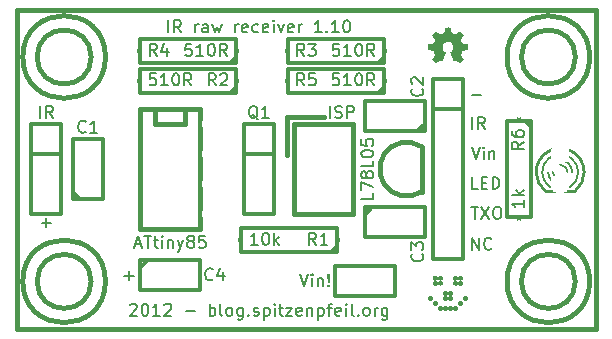
<source format=gto>
G04 (created by PCBNEW (2013-01-23 BZR 3920)-testing) date Thu 24 Jan 2013 03:16:15 AM CET*
%MOIN*%
G04 Gerber Fmt 3.4, Leading zero omitted, Abs format*
%FSLAX34Y34*%
G01*
G70*
G90*
G04 APERTURE LIST*
%ADD10C,3.14961e-06*%
%ADD11C,0.008*%
%ADD12C,0.015*%
%ADD13C,0.012*%
%ADD14C,0.01*%
%ADD15C,0.006*%
%ADD16C,0.0001*%
%ADD17R,0.06X0.06*%
%ADD18C,0.06*%
%ADD19C,0.16*%
%ADD20C,0.066*%
%ADD21R,0.09X0.062*%
%ADD22O,0.09X0.062*%
%ADD23R,0.055X0.055*%
%ADD24C,0.055*%
%ADD25O,0.0591X0.0472*%
G04 APERTURE END LIST*
G54D10*
G54D11*
X20469Y-16401D02*
X20469Y-16001D01*
X20888Y-16401D02*
X20754Y-16211D01*
X20659Y-16401D02*
X20659Y-16001D01*
X20811Y-16001D01*
X20849Y-16020D01*
X20869Y-16040D01*
X20888Y-16078D01*
X20888Y-16135D01*
X20869Y-16173D01*
X20849Y-16192D01*
X20811Y-16211D01*
X20659Y-16211D01*
X34859Y-20791D02*
X34859Y-20391D01*
X35087Y-20791D01*
X35087Y-20391D01*
X35506Y-20753D02*
X35487Y-20772D01*
X35430Y-20791D01*
X35392Y-20791D01*
X35335Y-20772D01*
X35297Y-20734D01*
X35278Y-20696D01*
X35259Y-20620D01*
X35259Y-20563D01*
X35278Y-20487D01*
X35297Y-20449D01*
X35335Y-20410D01*
X35392Y-20391D01*
X35430Y-20391D01*
X35487Y-20410D01*
X35506Y-20430D01*
X34839Y-19367D02*
X35068Y-19367D01*
X34954Y-19767D02*
X34954Y-19367D01*
X35163Y-19367D02*
X35430Y-19767D01*
X35430Y-19367D02*
X35163Y-19767D01*
X35658Y-19367D02*
X35734Y-19367D01*
X35773Y-19386D01*
X35811Y-19425D01*
X35830Y-19501D01*
X35830Y-19634D01*
X35811Y-19710D01*
X35773Y-19748D01*
X35734Y-19767D01*
X35658Y-19767D01*
X35620Y-19748D01*
X35582Y-19710D01*
X35563Y-19634D01*
X35563Y-19501D01*
X35582Y-19425D01*
X35620Y-19386D01*
X35658Y-19367D01*
X35047Y-18771D02*
X34857Y-18771D01*
X34857Y-18371D01*
X35181Y-18562D02*
X35314Y-18562D01*
X35371Y-18771D02*
X35181Y-18771D01*
X35181Y-18371D01*
X35371Y-18371D01*
X35543Y-18771D02*
X35543Y-18371D01*
X35638Y-18371D01*
X35695Y-18390D01*
X35733Y-18429D01*
X35752Y-18467D01*
X35771Y-18543D01*
X35771Y-18600D01*
X35752Y-18676D01*
X35733Y-18714D01*
X35695Y-18752D01*
X35638Y-18771D01*
X35543Y-18771D01*
X34843Y-17371D02*
X34976Y-17771D01*
X35109Y-17371D01*
X35243Y-17771D02*
X35243Y-17505D01*
X35243Y-17371D02*
X35224Y-17390D01*
X35243Y-17410D01*
X35262Y-17390D01*
X35243Y-17371D01*
X35243Y-17410D01*
X35433Y-17505D02*
X35433Y-17771D01*
X35433Y-17543D02*
X35452Y-17524D01*
X35490Y-17505D01*
X35547Y-17505D01*
X35585Y-17524D01*
X35605Y-17562D01*
X35605Y-17771D01*
X34859Y-16775D02*
X34859Y-16375D01*
X35278Y-16775D02*
X35144Y-16585D01*
X35049Y-16775D02*
X35049Y-16375D01*
X35202Y-16375D01*
X35240Y-16394D01*
X35259Y-16414D01*
X35278Y-16452D01*
X35278Y-16509D01*
X35259Y-16547D01*
X35240Y-16566D01*
X35202Y-16585D01*
X35049Y-16585D01*
X34859Y-15639D02*
X35164Y-15639D01*
X23460Y-22634D02*
X23479Y-22614D01*
X23517Y-22595D01*
X23613Y-22595D01*
X23651Y-22614D01*
X23670Y-22634D01*
X23689Y-22672D01*
X23689Y-22710D01*
X23670Y-22767D01*
X23441Y-22995D01*
X23689Y-22995D01*
X23936Y-22595D02*
X23975Y-22595D01*
X24013Y-22614D01*
X24032Y-22634D01*
X24051Y-22672D01*
X24070Y-22748D01*
X24070Y-22843D01*
X24051Y-22919D01*
X24032Y-22957D01*
X24013Y-22976D01*
X23975Y-22995D01*
X23936Y-22995D01*
X23898Y-22976D01*
X23879Y-22957D01*
X23860Y-22919D01*
X23841Y-22843D01*
X23841Y-22748D01*
X23860Y-22672D01*
X23879Y-22634D01*
X23898Y-22614D01*
X23936Y-22595D01*
X24451Y-22995D02*
X24222Y-22995D01*
X24336Y-22995D02*
X24336Y-22595D01*
X24298Y-22653D01*
X24260Y-22691D01*
X24222Y-22710D01*
X24603Y-22634D02*
X24622Y-22614D01*
X24660Y-22595D01*
X24756Y-22595D01*
X24794Y-22614D01*
X24813Y-22634D01*
X24832Y-22672D01*
X24832Y-22710D01*
X24813Y-22767D01*
X24584Y-22995D01*
X24832Y-22995D01*
X25308Y-22843D02*
X25613Y-22843D01*
X26108Y-22995D02*
X26108Y-22595D01*
X26108Y-22748D02*
X26146Y-22729D01*
X26222Y-22729D01*
X26260Y-22748D01*
X26279Y-22767D01*
X26298Y-22805D01*
X26298Y-22919D01*
X26279Y-22957D01*
X26260Y-22976D01*
X26222Y-22995D01*
X26146Y-22995D01*
X26108Y-22976D01*
X26527Y-22995D02*
X26489Y-22976D01*
X26470Y-22938D01*
X26470Y-22595D01*
X26736Y-22995D02*
X26698Y-22976D01*
X26679Y-22957D01*
X26660Y-22919D01*
X26660Y-22805D01*
X26679Y-22767D01*
X26698Y-22748D01*
X26736Y-22729D01*
X26794Y-22729D01*
X26832Y-22748D01*
X26851Y-22767D01*
X26870Y-22805D01*
X26870Y-22919D01*
X26851Y-22957D01*
X26832Y-22976D01*
X26794Y-22995D01*
X26736Y-22995D01*
X27213Y-22729D02*
X27213Y-23053D01*
X27194Y-23091D01*
X27175Y-23110D01*
X27136Y-23129D01*
X27079Y-23129D01*
X27041Y-23110D01*
X27213Y-22976D02*
X27175Y-22995D01*
X27098Y-22995D01*
X27060Y-22976D01*
X27041Y-22957D01*
X27022Y-22919D01*
X27022Y-22805D01*
X27041Y-22767D01*
X27060Y-22748D01*
X27098Y-22729D01*
X27175Y-22729D01*
X27213Y-22748D01*
X27403Y-22957D02*
X27422Y-22976D01*
X27403Y-22995D01*
X27384Y-22976D01*
X27403Y-22957D01*
X27403Y-22995D01*
X27575Y-22976D02*
X27613Y-22995D01*
X27689Y-22995D01*
X27727Y-22976D01*
X27746Y-22938D01*
X27746Y-22919D01*
X27727Y-22881D01*
X27689Y-22862D01*
X27632Y-22862D01*
X27594Y-22843D01*
X27575Y-22805D01*
X27575Y-22786D01*
X27594Y-22748D01*
X27632Y-22729D01*
X27689Y-22729D01*
X27727Y-22748D01*
X27917Y-22729D02*
X27917Y-23129D01*
X27917Y-22748D02*
X27956Y-22729D01*
X28032Y-22729D01*
X28070Y-22748D01*
X28089Y-22767D01*
X28108Y-22805D01*
X28108Y-22919D01*
X28089Y-22957D01*
X28070Y-22976D01*
X28032Y-22995D01*
X27956Y-22995D01*
X27917Y-22976D01*
X28279Y-22995D02*
X28279Y-22729D01*
X28279Y-22595D02*
X28260Y-22614D01*
X28279Y-22634D01*
X28298Y-22614D01*
X28279Y-22595D01*
X28279Y-22634D01*
X28413Y-22729D02*
X28565Y-22729D01*
X28470Y-22595D02*
X28470Y-22938D01*
X28489Y-22976D01*
X28527Y-22995D01*
X28565Y-22995D01*
X28660Y-22729D02*
X28870Y-22729D01*
X28660Y-22995D01*
X28870Y-22995D01*
X29175Y-22976D02*
X29136Y-22995D01*
X29060Y-22995D01*
X29022Y-22976D01*
X29003Y-22938D01*
X29003Y-22786D01*
X29022Y-22748D01*
X29060Y-22729D01*
X29136Y-22729D01*
X29175Y-22748D01*
X29194Y-22786D01*
X29194Y-22824D01*
X29003Y-22862D01*
X29365Y-22729D02*
X29365Y-22995D01*
X29365Y-22767D02*
X29384Y-22748D01*
X29422Y-22729D01*
X29479Y-22729D01*
X29517Y-22748D01*
X29536Y-22786D01*
X29536Y-22995D01*
X29727Y-22729D02*
X29727Y-23129D01*
X29727Y-22748D02*
X29765Y-22729D01*
X29841Y-22729D01*
X29879Y-22748D01*
X29898Y-22767D01*
X29917Y-22805D01*
X29917Y-22919D01*
X29898Y-22957D01*
X29879Y-22976D01*
X29841Y-22995D01*
X29765Y-22995D01*
X29727Y-22976D01*
X30032Y-22729D02*
X30184Y-22729D01*
X30089Y-22995D02*
X30089Y-22653D01*
X30108Y-22614D01*
X30146Y-22595D01*
X30184Y-22595D01*
X30470Y-22976D02*
X30432Y-22995D01*
X30356Y-22995D01*
X30317Y-22976D01*
X30298Y-22938D01*
X30298Y-22786D01*
X30317Y-22748D01*
X30356Y-22729D01*
X30432Y-22729D01*
X30470Y-22748D01*
X30489Y-22786D01*
X30489Y-22824D01*
X30298Y-22862D01*
X30660Y-22995D02*
X30660Y-22729D01*
X30660Y-22595D02*
X30641Y-22614D01*
X30660Y-22634D01*
X30679Y-22614D01*
X30660Y-22595D01*
X30660Y-22634D01*
X30908Y-22995D02*
X30870Y-22976D01*
X30851Y-22938D01*
X30851Y-22595D01*
X31060Y-22957D02*
X31079Y-22976D01*
X31060Y-22995D01*
X31041Y-22976D01*
X31060Y-22957D01*
X31060Y-22995D01*
X31308Y-22995D02*
X31270Y-22976D01*
X31251Y-22957D01*
X31232Y-22919D01*
X31232Y-22805D01*
X31251Y-22767D01*
X31270Y-22748D01*
X31308Y-22729D01*
X31365Y-22729D01*
X31403Y-22748D01*
X31422Y-22767D01*
X31441Y-22805D01*
X31441Y-22919D01*
X31422Y-22957D01*
X31403Y-22976D01*
X31365Y-22995D01*
X31308Y-22995D01*
X31613Y-22995D02*
X31613Y-22729D01*
X31613Y-22805D02*
X31632Y-22767D01*
X31651Y-22748D01*
X31689Y-22729D01*
X31727Y-22729D01*
X32032Y-22729D02*
X32032Y-23053D01*
X32013Y-23091D01*
X31994Y-23110D01*
X31956Y-23129D01*
X31898Y-23129D01*
X31860Y-23110D01*
X32032Y-22976D02*
X31994Y-22995D01*
X31917Y-22995D01*
X31879Y-22976D01*
X31860Y-22957D01*
X31841Y-22919D01*
X31841Y-22805D01*
X31860Y-22767D01*
X31879Y-22748D01*
X31917Y-22729D01*
X31994Y-22729D01*
X32032Y-22748D01*
X24736Y-13547D02*
X24736Y-13147D01*
X25156Y-13547D02*
X25022Y-13357D01*
X24927Y-13547D02*
X24927Y-13147D01*
X25079Y-13147D01*
X25117Y-13166D01*
X25136Y-13186D01*
X25156Y-13224D01*
X25156Y-13281D01*
X25136Y-13319D01*
X25117Y-13338D01*
X25079Y-13357D01*
X24927Y-13357D01*
X25632Y-13547D02*
X25632Y-13281D01*
X25632Y-13357D02*
X25651Y-13319D01*
X25670Y-13300D01*
X25708Y-13281D01*
X25746Y-13281D01*
X26051Y-13547D02*
X26051Y-13338D01*
X26032Y-13300D01*
X25994Y-13281D01*
X25917Y-13281D01*
X25879Y-13300D01*
X26051Y-13528D02*
X26013Y-13547D01*
X25917Y-13547D01*
X25879Y-13528D01*
X25860Y-13490D01*
X25860Y-13452D01*
X25879Y-13414D01*
X25917Y-13395D01*
X26013Y-13395D01*
X26051Y-13376D01*
X26203Y-13281D02*
X26279Y-13547D01*
X26356Y-13357D01*
X26432Y-13547D01*
X26508Y-13281D01*
X26965Y-13547D02*
X26965Y-13281D01*
X26965Y-13357D02*
X26984Y-13319D01*
X27003Y-13300D01*
X27041Y-13281D01*
X27079Y-13281D01*
X27365Y-13528D02*
X27327Y-13547D01*
X27251Y-13547D01*
X27213Y-13528D01*
X27194Y-13490D01*
X27194Y-13338D01*
X27213Y-13300D01*
X27251Y-13281D01*
X27327Y-13281D01*
X27365Y-13300D01*
X27384Y-13338D01*
X27384Y-13376D01*
X27194Y-13414D01*
X27727Y-13528D02*
X27689Y-13547D01*
X27613Y-13547D01*
X27575Y-13528D01*
X27556Y-13509D01*
X27536Y-13471D01*
X27536Y-13357D01*
X27556Y-13319D01*
X27575Y-13300D01*
X27613Y-13281D01*
X27689Y-13281D01*
X27727Y-13300D01*
X28051Y-13528D02*
X28013Y-13547D01*
X27936Y-13547D01*
X27898Y-13528D01*
X27879Y-13490D01*
X27879Y-13338D01*
X27898Y-13300D01*
X27936Y-13281D01*
X28013Y-13281D01*
X28051Y-13300D01*
X28070Y-13338D01*
X28070Y-13376D01*
X27879Y-13414D01*
X28241Y-13547D02*
X28241Y-13281D01*
X28241Y-13147D02*
X28222Y-13166D01*
X28241Y-13186D01*
X28260Y-13166D01*
X28241Y-13147D01*
X28241Y-13186D01*
X28394Y-13281D02*
X28489Y-13547D01*
X28584Y-13281D01*
X28889Y-13528D02*
X28851Y-13547D01*
X28775Y-13547D01*
X28736Y-13528D01*
X28717Y-13490D01*
X28717Y-13338D01*
X28736Y-13300D01*
X28775Y-13281D01*
X28851Y-13281D01*
X28889Y-13300D01*
X28908Y-13338D01*
X28908Y-13376D01*
X28717Y-13414D01*
X29079Y-13547D02*
X29079Y-13281D01*
X29079Y-13357D02*
X29098Y-13319D01*
X29117Y-13300D01*
X29156Y-13281D01*
X29194Y-13281D01*
X29841Y-13547D02*
X29613Y-13547D01*
X29727Y-13547D02*
X29727Y-13147D01*
X29689Y-13205D01*
X29651Y-13243D01*
X29613Y-13262D01*
X30013Y-13509D02*
X30032Y-13528D01*
X30013Y-13547D01*
X29994Y-13528D01*
X30013Y-13509D01*
X30013Y-13547D01*
X30413Y-13547D02*
X30184Y-13547D01*
X30298Y-13547D02*
X30298Y-13147D01*
X30260Y-13205D01*
X30222Y-13243D01*
X30184Y-13262D01*
X30660Y-13147D02*
X30698Y-13147D01*
X30736Y-13166D01*
X30755Y-13186D01*
X30775Y-13224D01*
X30794Y-13300D01*
X30794Y-13395D01*
X30775Y-13471D01*
X30755Y-13509D01*
X30736Y-13528D01*
X30698Y-13547D01*
X30660Y-13547D01*
X30622Y-13528D01*
X30603Y-13509D01*
X30584Y-13471D01*
X30565Y-13395D01*
X30565Y-13300D01*
X30584Y-13224D01*
X30603Y-13186D01*
X30622Y-13166D01*
X30660Y-13147D01*
G54D12*
X38976Y-12795D02*
X19684Y-12795D01*
X38976Y-23425D02*
X38976Y-12795D01*
X19684Y-23425D02*
X38976Y-23425D01*
X19684Y-12795D02*
X19684Y-23425D01*
G54D11*
X20516Y-19891D02*
X20821Y-19891D01*
X20669Y-20043D02*
X20669Y-19739D01*
X23272Y-21662D02*
X23577Y-21662D01*
X23425Y-21814D02*
X23425Y-21510D01*
G54D13*
X33555Y-15110D02*
X34555Y-15110D01*
X34555Y-15110D02*
X34555Y-21110D01*
X34555Y-21110D02*
X33555Y-21110D01*
X33555Y-21110D02*
X33555Y-15110D01*
X33555Y-16110D02*
X34555Y-16110D01*
X20169Y-16610D02*
X21169Y-16610D01*
X21169Y-16610D02*
X21169Y-19610D01*
X21169Y-19610D02*
X20169Y-19610D01*
X20169Y-19610D02*
X20169Y-16610D01*
X21169Y-17610D02*
X20169Y-17610D01*
G54D12*
X22638Y-14370D02*
G75*
G03X22638Y-14370I-1378J0D01*
G74*
G01*
X22160Y-14370D02*
G75*
G03X22160Y-14370I-900J0D01*
G74*
G01*
G54D14*
X37295Y-18830D02*
X38295Y-18830D01*
G54D15*
X38179Y-17749D02*
G75*
G03X37795Y-17610I-384J-460D01*
G74*
G01*
X37795Y-17610D02*
G75*
G03X37397Y-17761I0J-599D01*
G74*
G01*
X37795Y-18809D02*
G75*
G03X38184Y-18665I0J599D01*
G74*
G01*
X37410Y-18670D02*
G75*
G03X37795Y-18810I384J460D01*
G74*
G01*
X38144Y-18697D02*
G75*
G03X38395Y-18210I-349J487D01*
G74*
G01*
X38395Y-18210D02*
G75*
G03X38155Y-17730I-600J0D01*
G74*
G01*
X37195Y-18210D02*
G75*
G03X37426Y-18682I599J0D01*
G74*
G01*
X37426Y-17736D02*
G75*
G03X37195Y-18210I368J-473D01*
G74*
G01*
X38045Y-18210D02*
G75*
G03X37795Y-17960I-250J0D01*
G74*
G01*
X38195Y-18210D02*
G75*
G03X37795Y-17810I-400J0D01*
G74*
G01*
X37545Y-18210D02*
G75*
G03X37795Y-18460I250J0D01*
G74*
G01*
X37395Y-18210D02*
G75*
G03X37795Y-18610I400J0D01*
G74*
G01*
G54D14*
X38308Y-18823D02*
G75*
G03X38595Y-18210I-513J613D01*
G74*
G01*
X38594Y-18210D02*
G75*
G03X38171Y-17505I-799J0D01*
G74*
G01*
X36996Y-18211D02*
G75*
G03X37279Y-18820I798J1D01*
G74*
G01*
X37397Y-17515D02*
G75*
G03X36995Y-18210I397J-694D01*
G74*
G01*
X38174Y-17505D02*
G75*
G03X37795Y-17410I-379J-704D01*
G74*
G01*
X37795Y-17410D02*
G75*
G03X37376Y-17528I0J-799D01*
G74*
G01*
G54D12*
X30905Y-16614D02*
X28937Y-16614D01*
X28937Y-19606D02*
X30905Y-19606D01*
X30905Y-19606D02*
X30905Y-16614D01*
X28937Y-16614D02*
X28937Y-19567D01*
X28937Y-19567D02*
X28937Y-19606D01*
X28701Y-16378D02*
X29921Y-16378D01*
X28701Y-16378D02*
X28701Y-17638D01*
X38779Y-21850D02*
G75*
G03X38779Y-21850I-1378J0D01*
G74*
G01*
X38301Y-21850D02*
G75*
G03X38301Y-21850I-900J0D01*
G74*
G01*
X38779Y-14370D02*
G75*
G03X38779Y-14370I-1378J0D01*
G74*
G01*
X38301Y-14370D02*
G75*
G03X38301Y-14370I-900J0D01*
G74*
G01*
X22637Y-21850D02*
G75*
G03X22637Y-21850I-1378J0D01*
G74*
G01*
X22159Y-21850D02*
G75*
G03X22159Y-21850I-900J0D01*
G74*
G01*
G54D16*
G36*
X34309Y-22833D02*
X34326Y-22831D01*
X34342Y-22826D01*
X34349Y-22822D01*
X34363Y-22812D01*
X34374Y-22800D01*
X34383Y-22786D01*
X34389Y-22770D01*
X34391Y-22754D01*
X34391Y-22737D01*
X34387Y-22721D01*
X34379Y-22705D01*
X34374Y-22698D01*
X34367Y-22690D01*
X34360Y-22683D01*
X34352Y-22678D01*
X34350Y-22676D01*
X34336Y-22670D01*
X34321Y-22666D01*
X34304Y-22665D01*
X34298Y-22666D01*
X34289Y-22667D01*
X34281Y-22669D01*
X34272Y-22673D01*
X34262Y-22678D01*
X34248Y-22689D01*
X34237Y-22702D01*
X34229Y-22718D01*
X34226Y-22725D01*
X34224Y-22733D01*
X34223Y-22740D01*
X34223Y-22741D01*
X34223Y-22741D01*
X34222Y-22738D01*
X34222Y-22737D01*
X34220Y-22726D01*
X34216Y-22715D01*
X34211Y-22705D01*
X34201Y-22693D01*
X34188Y-22681D01*
X34174Y-22672D01*
X34157Y-22667D01*
X34139Y-22665D01*
X34135Y-22665D01*
X34121Y-22667D01*
X34109Y-22670D01*
X34106Y-22671D01*
X34092Y-22679D01*
X34079Y-22690D01*
X34069Y-22702D01*
X34061Y-22717D01*
X34056Y-22732D01*
X34056Y-22732D01*
X34055Y-22736D01*
X34055Y-22738D01*
X34055Y-22738D01*
X34055Y-22736D01*
X34054Y-22732D01*
X34053Y-22730D01*
X34048Y-22715D01*
X34040Y-22701D01*
X34029Y-22688D01*
X34019Y-22680D01*
X34005Y-22672D01*
X33989Y-22667D01*
X33971Y-22665D01*
X33958Y-22666D01*
X33941Y-22670D01*
X33926Y-22678D01*
X33913Y-22689D01*
X33901Y-22702D01*
X33900Y-22704D01*
X33896Y-22710D01*
X33894Y-22715D01*
X33892Y-22719D01*
X33890Y-22727D01*
X33888Y-22734D01*
X33887Y-22740D01*
X33887Y-22741D01*
X33887Y-22741D01*
X33886Y-22737D01*
X33884Y-22728D01*
X33880Y-22716D01*
X33875Y-22706D01*
X33865Y-22693D01*
X33852Y-22681D01*
X33837Y-22672D01*
X33821Y-22667D01*
X33803Y-22665D01*
X33787Y-22666D01*
X33771Y-22671D01*
X33756Y-22679D01*
X33742Y-22691D01*
X33736Y-22698D01*
X33729Y-22707D01*
X33724Y-22718D01*
X33721Y-22727D01*
X33719Y-22744D01*
X33719Y-22760D01*
X33723Y-22776D01*
X33729Y-22791D01*
X33739Y-22804D01*
X33750Y-22815D01*
X33764Y-22824D01*
X33779Y-22830D01*
X33796Y-22833D01*
X33798Y-22833D01*
X33815Y-22832D01*
X33831Y-22829D01*
X33847Y-22821D01*
X33852Y-22818D01*
X33863Y-22808D01*
X33873Y-22796D01*
X33880Y-22783D01*
X33882Y-22778D01*
X33884Y-22771D01*
X33886Y-22764D01*
X33887Y-22758D01*
X33887Y-22755D01*
X33887Y-22758D01*
X33888Y-22761D01*
X33889Y-22768D01*
X33892Y-22777D01*
X33894Y-22784D01*
X33898Y-22791D01*
X33909Y-22805D01*
X33921Y-22817D01*
X33936Y-22826D01*
X33953Y-22832D01*
X33956Y-22832D01*
X33968Y-22833D01*
X33980Y-22833D01*
X33991Y-22831D01*
X34002Y-22828D01*
X34018Y-22819D01*
X34032Y-22808D01*
X34033Y-22807D01*
X34042Y-22795D01*
X34049Y-22781D01*
X34054Y-22767D01*
X34054Y-22766D01*
X34055Y-22762D01*
X34055Y-22760D01*
X34055Y-22761D01*
X34056Y-22765D01*
X34056Y-22766D01*
X34058Y-22775D01*
X34062Y-22784D01*
X34067Y-22794D01*
X34075Y-22804D01*
X34087Y-22816D01*
X34102Y-22825D01*
X34119Y-22831D01*
X34122Y-22832D01*
X34133Y-22833D01*
X34145Y-22833D01*
X34156Y-22832D01*
X34166Y-22829D01*
X34181Y-22822D01*
X34195Y-22811D01*
X34207Y-22799D01*
X34216Y-22784D01*
X34218Y-22779D01*
X34220Y-22771D01*
X34222Y-22764D01*
X34223Y-22758D01*
X34223Y-22757D01*
X34223Y-22757D01*
X34224Y-22761D01*
X34224Y-22761D01*
X34226Y-22772D01*
X34230Y-22783D01*
X34235Y-22793D01*
X34238Y-22796D01*
X34248Y-22809D01*
X34262Y-22820D01*
X34276Y-22828D01*
X34292Y-22832D01*
X34309Y-22833D01*
X34309Y-22833D01*
G37*
G36*
X33629Y-22665D02*
X33639Y-22665D01*
X33649Y-22664D01*
X33660Y-22661D01*
X33676Y-22654D01*
X33690Y-22644D01*
X33702Y-22631D01*
X33710Y-22617D01*
X33716Y-22601D01*
X33718Y-22583D01*
X33717Y-22566D01*
X33713Y-22550D01*
X33705Y-22535D01*
X33695Y-22522D01*
X33681Y-22511D01*
X33677Y-22508D01*
X33661Y-22500D01*
X33644Y-22497D01*
X33626Y-22497D01*
X33609Y-22500D01*
X33595Y-22506D01*
X33580Y-22516D01*
X33568Y-22528D01*
X33559Y-22543D01*
X33552Y-22560D01*
X33551Y-22568D01*
X33550Y-22579D01*
X33550Y-22590D01*
X33552Y-22599D01*
X33553Y-22602D01*
X33559Y-22619D01*
X33569Y-22634D01*
X33582Y-22647D01*
X33597Y-22656D01*
X33604Y-22659D01*
X33614Y-22663D01*
X33623Y-22664D01*
X33629Y-22665D01*
X33629Y-22665D01*
G37*
G36*
X34478Y-22665D02*
X34495Y-22663D01*
X34512Y-22657D01*
X34527Y-22647D01*
X34531Y-22645D01*
X34542Y-22632D01*
X34552Y-22618D01*
X34558Y-22601D01*
X34559Y-22593D01*
X34560Y-22582D01*
X34560Y-22571D01*
X34558Y-22562D01*
X34557Y-22558D01*
X34550Y-22541D01*
X34541Y-22527D01*
X34529Y-22515D01*
X34514Y-22506D01*
X34498Y-22499D01*
X34480Y-22496D01*
X34474Y-22496D01*
X34457Y-22498D01*
X34441Y-22504D01*
X34427Y-22512D01*
X34415Y-22523D01*
X34405Y-22536D01*
X34397Y-22551D01*
X34393Y-22567D01*
X34392Y-22584D01*
X34393Y-22595D01*
X34395Y-22604D01*
X34398Y-22614D01*
X34405Y-22627D01*
X34416Y-22640D01*
X34429Y-22651D01*
X34444Y-22659D01*
X34460Y-22664D01*
X34478Y-22665D01*
X34478Y-22665D01*
G37*
G36*
X33461Y-22496D02*
X33473Y-22496D01*
X33483Y-22495D01*
X33495Y-22491D01*
X33511Y-22483D01*
X33525Y-22472D01*
X33534Y-22461D01*
X33543Y-22447D01*
X33548Y-22430D01*
X33549Y-22423D01*
X33550Y-22413D01*
X33549Y-22403D01*
X33548Y-22395D01*
X33547Y-22389D01*
X33540Y-22373D01*
X33531Y-22358D01*
X33518Y-22346D01*
X33503Y-22337D01*
X33497Y-22334D01*
X33486Y-22330D01*
X33475Y-22328D01*
X33463Y-22328D01*
X33455Y-22329D01*
X33446Y-22330D01*
X33437Y-22332D01*
X33428Y-22337D01*
X33423Y-22339D01*
X33409Y-22350D01*
X33397Y-22363D01*
X33388Y-22378D01*
X33383Y-22395D01*
X33382Y-22399D01*
X33381Y-22409D01*
X33382Y-22420D01*
X33383Y-22429D01*
X33384Y-22435D01*
X33391Y-22451D01*
X33400Y-22466D01*
X33413Y-22478D01*
X33428Y-22487D01*
X33445Y-22494D01*
X33450Y-22495D01*
X33461Y-22496D01*
X33461Y-22496D01*
G37*
G36*
X34137Y-22496D02*
X34154Y-22495D01*
X34170Y-22491D01*
X34179Y-22486D01*
X34193Y-22476D01*
X34205Y-22464D01*
X34215Y-22449D01*
X34220Y-22432D01*
X34221Y-22429D01*
X34223Y-22415D01*
X34223Y-22402D01*
X34219Y-22388D01*
X34213Y-22371D01*
X34203Y-22357D01*
X34190Y-22345D01*
X34175Y-22336D01*
X34158Y-22330D01*
X34147Y-22327D01*
X34153Y-22327D01*
X34154Y-22326D01*
X34166Y-22323D01*
X34179Y-22318D01*
X34190Y-22310D01*
X34192Y-22308D01*
X34205Y-22296D01*
X34214Y-22282D01*
X34220Y-22266D01*
X34223Y-22250D01*
X34222Y-22234D01*
X34219Y-22217D01*
X34211Y-22202D01*
X34211Y-22201D01*
X34201Y-22187D01*
X34188Y-22176D01*
X34174Y-22168D01*
X34158Y-22163D01*
X34142Y-22160D01*
X34126Y-22161D01*
X34110Y-22165D01*
X34095Y-22173D01*
X34081Y-22183D01*
X34073Y-22191D01*
X34065Y-22204D01*
X34059Y-22217D01*
X34056Y-22229D01*
X34055Y-22232D01*
X34055Y-22234D01*
X34055Y-22233D01*
X34054Y-22229D01*
X34051Y-22218D01*
X34046Y-22206D01*
X34039Y-22195D01*
X34035Y-22189D01*
X34022Y-22177D01*
X34008Y-22168D01*
X33991Y-22163D01*
X33974Y-22160D01*
X33957Y-22161D01*
X33947Y-22164D01*
X33930Y-22171D01*
X33916Y-22181D01*
X33904Y-22193D01*
X33895Y-22208D01*
X33889Y-22224D01*
X33888Y-22233D01*
X33887Y-22249D01*
X33890Y-22266D01*
X33896Y-22282D01*
X33906Y-22296D01*
X33918Y-22308D01*
X33933Y-22318D01*
X33939Y-22321D01*
X33947Y-22324D01*
X33954Y-22326D01*
X33960Y-22327D01*
X33961Y-22327D01*
X33960Y-22328D01*
X33957Y-22329D01*
X33948Y-22331D01*
X33937Y-22335D01*
X33927Y-22340D01*
X33922Y-22343D01*
X33911Y-22353D01*
X33901Y-22365D01*
X33894Y-22378D01*
X33889Y-22392D01*
X33887Y-22407D01*
X33887Y-22422D01*
X33888Y-22425D01*
X33893Y-22442D01*
X33900Y-22458D01*
X33912Y-22472D01*
X33921Y-22480D01*
X33936Y-22489D01*
X33953Y-22495D01*
X33960Y-22495D01*
X33969Y-22496D01*
X33978Y-22495D01*
X33987Y-22495D01*
X33994Y-22493D01*
X34000Y-22492D01*
X34016Y-22483D01*
X34030Y-22472D01*
X34041Y-22459D01*
X34045Y-22452D01*
X34051Y-22441D01*
X34054Y-22430D01*
X34054Y-22429D01*
X34055Y-22425D01*
X34055Y-22423D01*
X34055Y-22423D01*
X34055Y-22401D01*
X34055Y-22401D01*
X34055Y-22399D01*
X34054Y-22395D01*
X34054Y-22393D01*
X34049Y-22378D01*
X34040Y-22364D01*
X34030Y-22352D01*
X34017Y-22341D01*
X34003Y-22334D01*
X34002Y-22333D01*
X33994Y-22331D01*
X33987Y-22329D01*
X33980Y-22328D01*
X33987Y-22326D01*
X33997Y-22324D01*
X34012Y-22317D01*
X34026Y-22308D01*
X34037Y-22296D01*
X34046Y-22282D01*
X34050Y-22275D01*
X34053Y-22266D01*
X34054Y-22259D01*
X34055Y-22256D01*
X34055Y-22254D01*
X34055Y-22255D01*
X34056Y-22259D01*
X34057Y-22265D01*
X34060Y-22274D01*
X34064Y-22282D01*
X34069Y-22291D01*
X34080Y-22303D01*
X34093Y-22314D01*
X34108Y-22322D01*
X34123Y-22326D01*
X34131Y-22328D01*
X34123Y-22329D01*
X34122Y-22329D01*
X34115Y-22331D01*
X34107Y-22334D01*
X34106Y-22334D01*
X34092Y-22342D01*
X34079Y-22353D01*
X34069Y-22365D01*
X34061Y-22380D01*
X34056Y-22394D01*
X34056Y-22395D01*
X34055Y-22399D01*
X34055Y-22401D01*
X34055Y-22423D01*
X34055Y-22423D01*
X34055Y-22425D01*
X34056Y-22430D01*
X34059Y-22440D01*
X34066Y-22455D01*
X34077Y-22469D01*
X34089Y-22480D01*
X34104Y-22489D01*
X34104Y-22489D01*
X34120Y-22494D01*
X34137Y-22496D01*
X34137Y-22496D01*
G37*
G36*
X34638Y-22496D02*
X34652Y-22496D01*
X34664Y-22494D01*
X34672Y-22492D01*
X34688Y-22484D01*
X34702Y-22474D01*
X34713Y-22461D01*
X34722Y-22446D01*
X34727Y-22430D01*
X34729Y-22412D01*
X34728Y-22405D01*
X34725Y-22388D01*
X34718Y-22371D01*
X34708Y-22356D01*
X34705Y-22353D01*
X34693Y-22343D01*
X34679Y-22335D01*
X34664Y-22330D01*
X34664Y-22330D01*
X34651Y-22328D01*
X34637Y-22328D01*
X34625Y-22330D01*
X34620Y-22331D01*
X34604Y-22338D01*
X34590Y-22347D01*
X34579Y-22359D01*
X34570Y-22373D01*
X34563Y-22388D01*
X34560Y-22405D01*
X34561Y-22422D01*
X34564Y-22439D01*
X34570Y-22452D01*
X34580Y-22466D01*
X34592Y-22478D01*
X34607Y-22487D01*
X34623Y-22494D01*
X34625Y-22494D01*
X34638Y-22496D01*
X34638Y-22496D01*
G37*
G36*
X33805Y-21992D02*
X33822Y-21990D01*
X33838Y-21984D01*
X33846Y-21980D01*
X33853Y-21975D01*
X33861Y-21968D01*
X33870Y-21958D01*
X33879Y-21944D01*
X33885Y-21928D01*
X33886Y-21923D01*
X33887Y-21912D01*
X33887Y-21900D01*
X33885Y-21890D01*
X33881Y-21876D01*
X33873Y-21861D01*
X33863Y-21848D01*
X33861Y-21846D01*
X33853Y-21840D01*
X33844Y-21834D01*
X33836Y-21830D01*
X33833Y-21829D01*
X33826Y-21826D01*
X33819Y-21825D01*
X33814Y-21824D01*
X33811Y-21824D01*
X33814Y-21823D01*
X33818Y-21822D01*
X33824Y-21821D01*
X33830Y-21819D01*
X33842Y-21813D01*
X33855Y-21805D01*
X33865Y-21796D01*
X33866Y-21794D01*
X33877Y-21780D01*
X33883Y-21764D01*
X33887Y-21747D01*
X33887Y-21730D01*
X33886Y-21726D01*
X33881Y-21709D01*
X33873Y-21693D01*
X33862Y-21679D01*
X33852Y-21670D01*
X33837Y-21662D01*
X33821Y-21656D01*
X33817Y-21656D01*
X33806Y-21655D01*
X33794Y-21655D01*
X33783Y-21657D01*
X33774Y-21660D01*
X33758Y-21667D01*
X33745Y-21678D01*
X33734Y-21690D01*
X33725Y-21705D01*
X33720Y-21721D01*
X33720Y-21723D01*
X33719Y-21727D01*
X33718Y-21729D01*
X33718Y-21727D01*
X33717Y-21723D01*
X33715Y-21716D01*
X33713Y-21709D01*
X33710Y-21702D01*
X33707Y-21697D01*
X33697Y-21683D01*
X33684Y-21671D01*
X33669Y-21662D01*
X33653Y-21657D01*
X33635Y-21655D01*
X33621Y-21656D01*
X33605Y-21660D01*
X33590Y-21667D01*
X33581Y-21673D01*
X33569Y-21685D01*
X33560Y-21700D01*
X33553Y-21715D01*
X33550Y-21732D01*
X33550Y-21749D01*
X33554Y-21764D01*
X33561Y-21781D01*
X33571Y-21795D01*
X33584Y-21806D01*
X33599Y-21815D01*
X33616Y-21821D01*
X33626Y-21824D01*
X33620Y-21824D01*
X33617Y-21825D01*
X33603Y-21829D01*
X33590Y-21836D01*
X33578Y-21845D01*
X33568Y-21855D01*
X33562Y-21864D01*
X33556Y-21876D01*
X33552Y-21887D01*
X33551Y-21896D01*
X33550Y-21906D01*
X33550Y-21917D01*
X33552Y-21926D01*
X33555Y-21936D01*
X33563Y-21952D01*
X33573Y-21966D01*
X33587Y-21977D01*
X33602Y-21985D01*
X33620Y-21991D01*
X33624Y-21991D01*
X33635Y-21992D01*
X33646Y-21991D01*
X33655Y-21989D01*
X33662Y-21987D01*
X33678Y-21979D01*
X33692Y-21969D01*
X33703Y-21956D01*
X33712Y-21941D01*
X33717Y-21924D01*
X33717Y-21923D01*
X33718Y-21919D01*
X33719Y-21919D01*
X33719Y-21896D01*
X33718Y-21895D01*
X33717Y-21892D01*
X33717Y-21891D01*
X33714Y-21880D01*
X33709Y-21868D01*
X33702Y-21857D01*
X33697Y-21851D01*
X33684Y-21839D01*
X33668Y-21830D01*
X33651Y-21825D01*
X33643Y-21823D01*
X33649Y-21822D01*
X33654Y-21821D01*
X33659Y-21819D01*
X33663Y-21818D01*
X33678Y-21811D01*
X33692Y-21800D01*
X33703Y-21788D01*
X33711Y-21773D01*
X33717Y-21757D01*
X33717Y-21753D01*
X33718Y-21750D01*
X33719Y-21752D01*
X33720Y-21757D01*
X33720Y-21757D01*
X33723Y-21766D01*
X33727Y-21776D01*
X33732Y-21785D01*
X33737Y-21791D01*
X33744Y-21799D01*
X33753Y-21807D01*
X33761Y-21812D01*
X33761Y-21812D01*
X33774Y-21818D01*
X33788Y-21822D01*
X33794Y-21823D01*
X33787Y-21824D01*
X33772Y-21829D01*
X33757Y-21837D01*
X33744Y-21847D01*
X33733Y-21860D01*
X33730Y-21864D01*
X33726Y-21872D01*
X33723Y-21881D01*
X33720Y-21889D01*
X33719Y-21894D01*
X33719Y-21894D01*
X33719Y-21896D01*
X33719Y-21919D01*
X33719Y-21919D01*
X33720Y-21923D01*
X33721Y-21928D01*
X33722Y-21933D01*
X33726Y-21942D01*
X33734Y-21957D01*
X33745Y-21969D01*
X33758Y-21979D01*
X33773Y-21986D01*
X33789Y-21991D01*
X33805Y-21992D01*
X33805Y-21992D01*
G37*
G36*
X34312Y-21992D02*
X34328Y-21989D01*
X34344Y-21983D01*
X34358Y-21974D01*
X34371Y-21963D01*
X34380Y-21949D01*
X34388Y-21933D01*
X34389Y-21928D01*
X34390Y-21923D01*
X34390Y-21922D01*
X34391Y-21919D01*
X34391Y-21919D01*
X34391Y-21896D01*
X34391Y-21893D01*
X34389Y-21887D01*
X34386Y-21878D01*
X34379Y-21863D01*
X34368Y-21849D01*
X34356Y-21838D01*
X34341Y-21830D01*
X34324Y-21825D01*
X34316Y-21823D01*
X34322Y-21822D01*
X34323Y-21822D01*
X34336Y-21818D01*
X34349Y-21812D01*
X34355Y-21809D01*
X34363Y-21802D01*
X34371Y-21793D01*
X34378Y-21785D01*
X34382Y-21778D01*
X34387Y-21767D01*
X34390Y-21757D01*
X34391Y-21753D01*
X34391Y-21750D01*
X34392Y-21752D01*
X34393Y-21757D01*
X34397Y-21768D01*
X34404Y-21783D01*
X34415Y-21797D01*
X34428Y-21808D01*
X34444Y-21817D01*
X34461Y-21822D01*
X34467Y-21823D01*
X34459Y-21825D01*
X34451Y-21827D01*
X34435Y-21834D01*
X34420Y-21844D01*
X34408Y-21857D01*
X34405Y-21862D01*
X34400Y-21870D01*
X34397Y-21879D01*
X34395Y-21885D01*
X34393Y-21891D01*
X34393Y-21891D01*
X34392Y-21895D01*
X34391Y-21896D01*
X34391Y-21919D01*
X34392Y-21920D01*
X34393Y-21924D01*
X34394Y-21930D01*
X34399Y-21942D01*
X34406Y-21954D01*
X34411Y-21961D01*
X34423Y-21973D01*
X34438Y-21983D01*
X34455Y-21989D01*
X34463Y-21991D01*
X34474Y-21991D01*
X34486Y-21991D01*
X34497Y-21989D01*
X34498Y-21989D01*
X34515Y-21982D01*
X34529Y-21972D01*
X34542Y-21960D01*
X34551Y-21945D01*
X34558Y-21928D01*
X34559Y-21921D01*
X34560Y-21909D01*
X34559Y-21897D01*
X34558Y-21887D01*
X34555Y-21878D01*
X34549Y-21866D01*
X34542Y-21855D01*
X34534Y-21847D01*
X34524Y-21838D01*
X34513Y-21832D01*
X34509Y-21830D01*
X34501Y-21827D01*
X34493Y-21825D01*
X34487Y-21824D01*
X34487Y-21824D01*
X34489Y-21823D01*
X34494Y-21821D01*
X34503Y-21818D01*
X34514Y-21814D01*
X34524Y-21809D01*
X34525Y-21807D01*
X34536Y-21797D01*
X34546Y-21785D01*
X34553Y-21773D01*
X34556Y-21767D01*
X34559Y-21750D01*
X34560Y-21732D01*
X34557Y-21715D01*
X34556Y-21712D01*
X34549Y-21696D01*
X34538Y-21682D01*
X34525Y-21671D01*
X34510Y-21662D01*
X34494Y-21656D01*
X34491Y-21656D01*
X34480Y-21655D01*
X34467Y-21655D01*
X34456Y-21657D01*
X34454Y-21657D01*
X34437Y-21664D01*
X34422Y-21674D01*
X34410Y-21686D01*
X34400Y-21702D01*
X34398Y-21707D01*
X34395Y-21714D01*
X34393Y-21721D01*
X34392Y-21727D01*
X34392Y-21728D01*
X34392Y-21729D01*
X34391Y-21726D01*
X34390Y-21722D01*
X34387Y-21710D01*
X34380Y-21695D01*
X34369Y-21682D01*
X34357Y-21671D01*
X34342Y-21662D01*
X34342Y-21662D01*
X34326Y-21657D01*
X34309Y-21655D01*
X34292Y-21656D01*
X34276Y-21660D01*
X34267Y-21665D01*
X34253Y-21675D01*
X34241Y-21687D01*
X34231Y-21702D01*
X34226Y-21718D01*
X34225Y-21722D01*
X34223Y-21736D01*
X34223Y-21749D01*
X34227Y-21764D01*
X34234Y-21780D01*
X34244Y-21795D01*
X34257Y-21806D01*
X34272Y-21815D01*
X34289Y-21821D01*
X34293Y-21822D01*
X34296Y-21823D01*
X34296Y-21824D01*
X34291Y-21824D01*
X34281Y-21827D01*
X34271Y-21832D01*
X34261Y-21837D01*
X34251Y-21844D01*
X34240Y-21857D01*
X34231Y-21873D01*
X34229Y-21875D01*
X34224Y-21892D01*
X34223Y-21909D01*
X34225Y-21926D01*
X34231Y-21942D01*
X34234Y-21950D01*
X34240Y-21958D01*
X34247Y-21966D01*
X34247Y-21966D01*
X34261Y-21978D01*
X34276Y-21986D01*
X34293Y-21991D01*
X34295Y-21991D01*
X34312Y-21992D01*
X34312Y-21992D01*
G37*
G36*
X33657Y-14566D02*
X33664Y-14562D01*
X33679Y-14553D01*
X33701Y-14538D01*
X33727Y-14521D01*
X33753Y-14503D01*
X33775Y-14489D01*
X33790Y-14479D01*
X33796Y-14476D01*
X33799Y-14477D01*
X33812Y-14483D01*
X33829Y-14492D01*
X33840Y-14498D01*
X33856Y-14505D01*
X33865Y-14506D01*
X33866Y-14504D01*
X33872Y-14492D01*
X33881Y-14470D01*
X33894Y-14442D01*
X33908Y-14408D01*
X33923Y-14372D01*
X33939Y-14336D01*
X33953Y-14301D01*
X33966Y-14269D01*
X33976Y-14243D01*
X33983Y-14226D01*
X33986Y-14218D01*
X33985Y-14216D01*
X33977Y-14208D01*
X33962Y-14198D01*
X33931Y-14172D01*
X33900Y-14134D01*
X33882Y-14091D01*
X33875Y-14042D01*
X33881Y-13997D01*
X33898Y-13955D01*
X33928Y-13916D01*
X33965Y-13887D01*
X34007Y-13869D01*
X34055Y-13863D01*
X34100Y-13868D01*
X34144Y-13886D01*
X34183Y-13915D01*
X34200Y-13934D01*
X34222Y-13973D01*
X34235Y-14015D01*
X34236Y-14026D01*
X34234Y-14072D01*
X34221Y-14116D01*
X34196Y-14155D01*
X34163Y-14188D01*
X34158Y-14191D01*
X34143Y-14203D01*
X34132Y-14211D01*
X34124Y-14217D01*
X34183Y-14359D01*
X34192Y-14381D01*
X34208Y-14420D01*
X34222Y-14453D01*
X34234Y-14480D01*
X34242Y-14498D01*
X34245Y-14505D01*
X34245Y-14505D01*
X34251Y-14506D01*
X34261Y-14502D01*
X34281Y-14493D01*
X34294Y-14486D01*
X34309Y-14479D01*
X34316Y-14476D01*
X34322Y-14479D01*
X34336Y-14488D01*
X34357Y-14502D01*
X34383Y-14520D01*
X34407Y-14536D01*
X34429Y-14551D01*
X34445Y-14561D01*
X34453Y-14565D01*
X34454Y-14565D01*
X34461Y-14561D01*
X34474Y-14551D01*
X34493Y-14533D01*
X34520Y-14506D01*
X34524Y-14501D01*
X34547Y-14479D01*
X34565Y-14460D01*
X34577Y-14446D01*
X34582Y-14440D01*
X34582Y-14440D01*
X34578Y-14432D01*
X34567Y-14416D01*
X34553Y-14393D01*
X34535Y-14367D01*
X34488Y-14299D01*
X34514Y-14235D01*
X34522Y-14215D01*
X34532Y-14191D01*
X34539Y-14174D01*
X34543Y-14167D01*
X34550Y-14164D01*
X34567Y-14160D01*
X34593Y-14155D01*
X34623Y-14149D01*
X34652Y-14144D01*
X34678Y-14139D01*
X34697Y-14135D01*
X34706Y-14134D01*
X34708Y-14132D01*
X34710Y-14128D01*
X34711Y-14119D01*
X34711Y-14103D01*
X34712Y-14078D01*
X34712Y-14042D01*
X34712Y-14038D01*
X34711Y-14004D01*
X34711Y-13976D01*
X34710Y-13959D01*
X34709Y-13952D01*
X34709Y-13952D01*
X34700Y-13950D01*
X34682Y-13946D01*
X34656Y-13941D01*
X34625Y-13935D01*
X34623Y-13934D01*
X34592Y-13928D01*
X34565Y-13923D01*
X34547Y-13919D01*
X34540Y-13916D01*
X34538Y-13914D01*
X34532Y-13902D01*
X34523Y-13883D01*
X34512Y-13859D01*
X34502Y-13835D01*
X34494Y-13813D01*
X34488Y-13796D01*
X34486Y-13789D01*
X34486Y-13789D01*
X34491Y-13781D01*
X34501Y-13765D01*
X34516Y-13743D01*
X34535Y-13716D01*
X34536Y-13714D01*
X34554Y-13688D01*
X34568Y-13666D01*
X34578Y-13650D01*
X34582Y-13643D01*
X34581Y-13642D01*
X34576Y-13635D01*
X34562Y-13620D01*
X34543Y-13600D01*
X34520Y-13576D01*
X34513Y-13569D01*
X34487Y-13544D01*
X34469Y-13528D01*
X34458Y-13519D01*
X34453Y-13517D01*
X34453Y-13517D01*
X34445Y-13522D01*
X34428Y-13533D01*
X34406Y-13548D01*
X34379Y-13566D01*
X34377Y-13568D01*
X34351Y-13586D01*
X34329Y-13600D01*
X34314Y-13611D01*
X34307Y-13615D01*
X34306Y-13615D01*
X34295Y-13612D01*
X34276Y-13605D01*
X34253Y-13596D01*
X34229Y-13586D01*
X34207Y-13577D01*
X34190Y-13570D01*
X34183Y-13565D01*
X34182Y-13565D01*
X34180Y-13555D01*
X34175Y-13536D01*
X34169Y-13509D01*
X34163Y-13476D01*
X34162Y-13471D01*
X34156Y-13440D01*
X34151Y-13414D01*
X34148Y-13396D01*
X34146Y-13389D01*
X34141Y-13388D01*
X34126Y-13387D01*
X34103Y-13386D01*
X34075Y-13386D01*
X34045Y-13386D01*
X34016Y-13387D01*
X33992Y-13387D01*
X33974Y-13389D01*
X33966Y-13390D01*
X33966Y-13391D01*
X33963Y-13400D01*
X33959Y-13420D01*
X33954Y-13447D01*
X33947Y-13479D01*
X33946Y-13485D01*
X33940Y-13516D01*
X33935Y-13542D01*
X33931Y-13560D01*
X33929Y-13567D01*
X33927Y-13568D01*
X33914Y-13574D01*
X33893Y-13582D01*
X33867Y-13593D01*
X33807Y-13617D01*
X33733Y-13567D01*
X33726Y-13562D01*
X33700Y-13544D01*
X33678Y-13529D01*
X33663Y-13520D01*
X33656Y-13516D01*
X33656Y-13516D01*
X33648Y-13523D01*
X33634Y-13536D01*
X33614Y-13556D01*
X33591Y-13579D01*
X33573Y-13596D01*
X33553Y-13617D01*
X33540Y-13631D01*
X33533Y-13640D01*
X33531Y-13645D01*
X33531Y-13649D01*
X33536Y-13656D01*
X33547Y-13673D01*
X33562Y-13695D01*
X33580Y-13721D01*
X33595Y-13743D01*
X33611Y-13768D01*
X33621Y-13785D01*
X33625Y-13794D01*
X33624Y-13798D01*
X33619Y-13812D01*
X33610Y-13834D01*
X33599Y-13860D01*
X33573Y-13918D01*
X33535Y-13926D01*
X33512Y-13930D01*
X33479Y-13936D01*
X33448Y-13942D01*
X33400Y-13952D01*
X33398Y-14129D01*
X33406Y-14132D01*
X33413Y-14134D01*
X33431Y-14138D01*
X33456Y-14143D01*
X33487Y-14149D01*
X33512Y-14154D01*
X33538Y-14159D01*
X33557Y-14162D01*
X33565Y-14164D01*
X33567Y-14167D01*
X33574Y-14179D01*
X33583Y-14199D01*
X33593Y-14223D01*
X33604Y-14248D01*
X33613Y-14271D01*
X33619Y-14289D01*
X33622Y-14298D01*
X33618Y-14305D01*
X33608Y-14320D01*
X33594Y-14342D01*
X33576Y-14368D01*
X33559Y-14393D01*
X33544Y-14416D01*
X33534Y-14431D01*
X33529Y-14439D01*
X33531Y-14444D01*
X33542Y-14456D01*
X33561Y-14476D01*
X33590Y-14505D01*
X33595Y-14509D01*
X33618Y-14532D01*
X33637Y-14550D01*
X33651Y-14562D01*
X33657Y-14566D01*
X33657Y-14566D01*
G37*
G54D12*
X25303Y-16110D02*
X25303Y-16610D01*
X25303Y-16610D02*
X24303Y-16610D01*
X24303Y-16610D02*
X24303Y-16110D01*
X25803Y-16110D02*
X25803Y-20110D01*
X25803Y-20110D02*
X23803Y-20110D01*
X23803Y-20110D02*
X23803Y-16110D01*
X23803Y-16110D02*
X25803Y-16110D01*
G54D13*
X27256Y-16610D02*
X28256Y-16610D01*
X28256Y-16610D02*
X28256Y-19610D01*
X28256Y-19610D02*
X27256Y-19610D01*
X27256Y-19610D02*
X27256Y-16610D01*
X28256Y-17610D02*
X27256Y-17610D01*
X27394Y-15157D02*
X26994Y-15157D01*
X26994Y-15157D02*
X26994Y-15557D01*
X26994Y-15557D02*
X23794Y-15557D01*
X23794Y-15557D02*
X23794Y-14757D01*
X23794Y-14757D02*
X26994Y-14757D01*
X26994Y-14757D02*
X26994Y-15157D01*
X26994Y-15357D02*
X26794Y-15557D01*
X23394Y-15157D02*
X23794Y-15157D01*
X27394Y-14173D02*
X26994Y-14173D01*
X26994Y-14173D02*
X26994Y-14573D01*
X26994Y-14573D02*
X23794Y-14573D01*
X23794Y-14573D02*
X23794Y-13773D01*
X23794Y-13773D02*
X26994Y-13773D01*
X26994Y-13773D02*
X26994Y-14173D01*
X26994Y-14373D02*
X26794Y-14573D01*
X23394Y-14173D02*
X23794Y-14173D01*
X32315Y-15157D02*
X31915Y-15157D01*
X31915Y-15157D02*
X31915Y-15557D01*
X31915Y-15557D02*
X28715Y-15557D01*
X28715Y-15557D02*
X28715Y-14757D01*
X28715Y-14757D02*
X31915Y-14757D01*
X31915Y-14757D02*
X31915Y-15157D01*
X31915Y-15357D02*
X31715Y-15557D01*
X28315Y-15157D02*
X28715Y-15157D01*
X30740Y-20472D02*
X30340Y-20472D01*
X30340Y-20472D02*
X30340Y-20872D01*
X30340Y-20872D02*
X27140Y-20872D01*
X27140Y-20872D02*
X27140Y-20072D01*
X27140Y-20072D02*
X30340Y-20072D01*
X30340Y-20072D02*
X30340Y-20472D01*
X30340Y-20672D02*
X30140Y-20872D01*
X26740Y-20472D02*
X27140Y-20472D01*
X32315Y-14173D02*
X31915Y-14173D01*
X31915Y-14173D02*
X31915Y-14573D01*
X31915Y-14573D02*
X28715Y-14573D01*
X28715Y-14573D02*
X28715Y-13773D01*
X28715Y-13773D02*
X31915Y-13773D01*
X31915Y-13773D02*
X31915Y-14173D01*
X31915Y-14373D02*
X31715Y-14573D01*
X28315Y-14173D02*
X28715Y-14173D01*
X21547Y-19090D02*
X21547Y-17110D01*
X21547Y-17110D02*
X22547Y-17110D01*
X22547Y-17110D02*
X22547Y-19110D01*
X22547Y-19110D02*
X21547Y-19110D01*
X21797Y-19110D02*
X21547Y-18860D01*
X36417Y-16110D02*
X36417Y-16510D01*
X36417Y-16510D02*
X36817Y-16510D01*
X36817Y-16510D02*
X36817Y-19710D01*
X36817Y-19710D02*
X36017Y-19710D01*
X36017Y-19710D02*
X36017Y-16510D01*
X36017Y-16510D02*
X36417Y-16510D01*
X36617Y-16510D02*
X36817Y-16710D01*
X36417Y-20110D02*
X36417Y-19710D01*
X32299Y-21350D02*
X32299Y-22350D01*
X32299Y-22350D02*
X30299Y-22350D01*
X30299Y-22350D02*
X30299Y-21350D01*
X30299Y-21350D02*
X32299Y-21350D01*
X33263Y-16838D02*
X31283Y-16838D01*
X31283Y-16838D02*
X31283Y-15838D01*
X31283Y-15838D02*
X33283Y-15838D01*
X33283Y-15838D02*
X33283Y-16838D01*
X33283Y-16588D02*
X33033Y-16838D01*
X31303Y-19382D02*
X33283Y-19382D01*
X33283Y-19382D02*
X33283Y-20382D01*
X33283Y-20382D02*
X31283Y-20382D01*
X31283Y-20382D02*
X31283Y-19382D01*
X31283Y-19632D02*
X31533Y-19382D01*
X23823Y-21153D02*
X25803Y-21153D01*
X25803Y-21153D02*
X25803Y-22153D01*
X25803Y-22153D02*
X23803Y-22153D01*
X23803Y-22153D02*
X23803Y-21153D01*
X23803Y-21403D02*
X24053Y-21153D01*
G54D12*
X31927Y-17609D02*
G75*
G03X32176Y-18859I749J-500D01*
G74*
G01*
X33177Y-17360D02*
G75*
G03X31927Y-17609I-500J-749D01*
G74*
G01*
X31927Y-18610D02*
G75*
G03X33177Y-18859I749J500D01*
G74*
G01*
X33177Y-17360D02*
X33177Y-18860D01*
G54D11*
X30121Y-16401D02*
X30121Y-16001D01*
X30292Y-16382D02*
X30350Y-16401D01*
X30445Y-16401D01*
X30483Y-16382D01*
X30502Y-16363D01*
X30521Y-16325D01*
X30521Y-16287D01*
X30502Y-16249D01*
X30483Y-16230D01*
X30445Y-16211D01*
X30369Y-16192D01*
X30331Y-16173D01*
X30312Y-16154D01*
X30292Y-16116D01*
X30292Y-16078D01*
X30312Y-16040D01*
X30331Y-16020D01*
X30369Y-16001D01*
X30464Y-16001D01*
X30521Y-16020D01*
X30692Y-16401D02*
X30692Y-16001D01*
X30845Y-16001D01*
X30883Y-16020D01*
X30902Y-16040D01*
X30921Y-16078D01*
X30921Y-16135D01*
X30902Y-16173D01*
X30883Y-16192D01*
X30845Y-16211D01*
X30692Y-16211D01*
X23631Y-20618D02*
X23822Y-20618D01*
X23593Y-20732D02*
X23726Y-20332D01*
X23860Y-20732D01*
X23936Y-20332D02*
X24164Y-20332D01*
X24050Y-20732D02*
X24050Y-20332D01*
X24241Y-20466D02*
X24393Y-20466D01*
X24298Y-20332D02*
X24298Y-20675D01*
X24317Y-20713D01*
X24355Y-20732D01*
X24393Y-20732D01*
X24526Y-20732D02*
X24526Y-20466D01*
X24526Y-20332D02*
X24507Y-20351D01*
X24526Y-20371D01*
X24545Y-20351D01*
X24526Y-20332D01*
X24526Y-20371D01*
X24717Y-20466D02*
X24717Y-20732D01*
X24717Y-20504D02*
X24736Y-20485D01*
X24774Y-20466D01*
X24831Y-20466D01*
X24869Y-20485D01*
X24888Y-20523D01*
X24888Y-20732D01*
X25041Y-20466D02*
X25136Y-20732D01*
X25231Y-20466D02*
X25136Y-20732D01*
X25098Y-20828D01*
X25079Y-20847D01*
X25041Y-20866D01*
X25441Y-20504D02*
X25403Y-20485D01*
X25383Y-20466D01*
X25364Y-20428D01*
X25364Y-20409D01*
X25383Y-20371D01*
X25403Y-20351D01*
X25441Y-20332D01*
X25517Y-20332D01*
X25555Y-20351D01*
X25574Y-20371D01*
X25593Y-20409D01*
X25593Y-20428D01*
X25574Y-20466D01*
X25555Y-20485D01*
X25517Y-20504D01*
X25441Y-20504D01*
X25403Y-20523D01*
X25383Y-20542D01*
X25364Y-20580D01*
X25364Y-20656D01*
X25383Y-20694D01*
X25403Y-20713D01*
X25441Y-20732D01*
X25517Y-20732D01*
X25555Y-20713D01*
X25574Y-20694D01*
X25593Y-20656D01*
X25593Y-20580D01*
X25574Y-20542D01*
X25555Y-20523D01*
X25517Y-20504D01*
X25955Y-20332D02*
X25764Y-20332D01*
X25745Y-20523D01*
X25764Y-20504D01*
X25803Y-20485D01*
X25898Y-20485D01*
X25936Y-20504D01*
X25955Y-20523D01*
X25974Y-20561D01*
X25974Y-20656D01*
X25955Y-20694D01*
X25936Y-20713D01*
X25898Y-20732D01*
X25803Y-20732D01*
X25764Y-20713D01*
X25745Y-20694D01*
X27717Y-16440D02*
X27679Y-16420D01*
X27641Y-16382D01*
X27584Y-16325D01*
X27546Y-16306D01*
X27508Y-16306D01*
X27527Y-16401D02*
X27489Y-16382D01*
X27451Y-16344D01*
X27432Y-16268D01*
X27432Y-16135D01*
X27451Y-16059D01*
X27489Y-16020D01*
X27527Y-16001D01*
X27603Y-16001D01*
X27641Y-16020D01*
X27679Y-16059D01*
X27698Y-16135D01*
X27698Y-16268D01*
X27679Y-16344D01*
X27641Y-16382D01*
X27603Y-16401D01*
X27527Y-16401D01*
X28079Y-16401D02*
X27851Y-16401D01*
X27965Y-16401D02*
X27965Y-16001D01*
X27927Y-16059D01*
X27889Y-16097D01*
X27851Y-16116D01*
X26311Y-15318D02*
X26178Y-15128D01*
X26082Y-15318D02*
X26082Y-14918D01*
X26235Y-14918D01*
X26273Y-14937D01*
X26292Y-14957D01*
X26311Y-14995D01*
X26311Y-15052D01*
X26292Y-15090D01*
X26273Y-15109D01*
X26235Y-15128D01*
X26082Y-15128D01*
X26463Y-14957D02*
X26482Y-14937D01*
X26520Y-14918D01*
X26616Y-14918D01*
X26654Y-14937D01*
X26673Y-14957D01*
X26692Y-14995D01*
X26692Y-15033D01*
X26673Y-15090D01*
X26444Y-15318D01*
X26692Y-15318D01*
X24318Y-14918D02*
X24127Y-14918D01*
X24108Y-15109D01*
X24127Y-15090D01*
X24165Y-15071D01*
X24261Y-15071D01*
X24299Y-15090D01*
X24318Y-15109D01*
X24337Y-15147D01*
X24337Y-15242D01*
X24318Y-15280D01*
X24299Y-15299D01*
X24261Y-15318D01*
X24165Y-15318D01*
X24127Y-15299D01*
X24108Y-15280D01*
X24718Y-15318D02*
X24489Y-15318D01*
X24604Y-15318D02*
X24604Y-14918D01*
X24565Y-14976D01*
X24527Y-15014D01*
X24489Y-15033D01*
X24965Y-14918D02*
X25004Y-14918D01*
X25042Y-14937D01*
X25061Y-14957D01*
X25080Y-14995D01*
X25099Y-15071D01*
X25099Y-15166D01*
X25080Y-15242D01*
X25061Y-15280D01*
X25042Y-15299D01*
X25004Y-15318D01*
X24965Y-15318D01*
X24927Y-15299D01*
X24908Y-15280D01*
X24889Y-15242D01*
X24870Y-15166D01*
X24870Y-15071D01*
X24889Y-14995D01*
X24908Y-14957D01*
X24927Y-14937D01*
X24965Y-14918D01*
X25499Y-15318D02*
X25365Y-15128D01*
X25270Y-15318D02*
X25270Y-14918D01*
X25423Y-14918D01*
X25461Y-14937D01*
X25480Y-14957D01*
X25499Y-14995D01*
X25499Y-15052D01*
X25480Y-15090D01*
X25461Y-15109D01*
X25423Y-15128D01*
X25270Y-15128D01*
X24343Y-14334D02*
X24210Y-14144D01*
X24114Y-14334D02*
X24114Y-13934D01*
X24267Y-13934D01*
X24305Y-13953D01*
X24324Y-13973D01*
X24343Y-14011D01*
X24343Y-14068D01*
X24324Y-14106D01*
X24305Y-14125D01*
X24267Y-14144D01*
X24114Y-14144D01*
X24686Y-14068D02*
X24686Y-14334D01*
X24590Y-13915D02*
X24495Y-14201D01*
X24743Y-14201D01*
X25498Y-13934D02*
X25307Y-13934D01*
X25288Y-14125D01*
X25307Y-14106D01*
X25345Y-14087D01*
X25441Y-14087D01*
X25479Y-14106D01*
X25498Y-14125D01*
X25517Y-14163D01*
X25517Y-14258D01*
X25498Y-14296D01*
X25479Y-14315D01*
X25441Y-14334D01*
X25345Y-14334D01*
X25307Y-14315D01*
X25288Y-14296D01*
X25898Y-14334D02*
X25669Y-14334D01*
X25784Y-14334D02*
X25784Y-13934D01*
X25745Y-13992D01*
X25707Y-14030D01*
X25669Y-14049D01*
X26145Y-13934D02*
X26184Y-13934D01*
X26222Y-13953D01*
X26241Y-13973D01*
X26260Y-14011D01*
X26279Y-14087D01*
X26279Y-14182D01*
X26260Y-14258D01*
X26241Y-14296D01*
X26222Y-14315D01*
X26184Y-14334D01*
X26145Y-14334D01*
X26107Y-14315D01*
X26088Y-14296D01*
X26069Y-14258D01*
X26050Y-14182D01*
X26050Y-14087D01*
X26069Y-14011D01*
X26088Y-13973D01*
X26107Y-13953D01*
X26145Y-13934D01*
X26679Y-14334D02*
X26545Y-14144D01*
X26450Y-14334D02*
X26450Y-13934D01*
X26603Y-13934D01*
X26641Y-13953D01*
X26660Y-13973D01*
X26679Y-14011D01*
X26679Y-14068D01*
X26660Y-14106D01*
X26641Y-14125D01*
X26603Y-14144D01*
X26450Y-14144D01*
X29264Y-15318D02*
X29131Y-15128D01*
X29035Y-15318D02*
X29035Y-14918D01*
X29188Y-14918D01*
X29226Y-14937D01*
X29245Y-14957D01*
X29264Y-14995D01*
X29264Y-15052D01*
X29245Y-15090D01*
X29226Y-15109D01*
X29188Y-15128D01*
X29035Y-15128D01*
X29626Y-14918D02*
X29435Y-14918D01*
X29416Y-15109D01*
X29435Y-15090D01*
X29473Y-15071D01*
X29569Y-15071D01*
X29607Y-15090D01*
X29626Y-15109D01*
X29645Y-15147D01*
X29645Y-15242D01*
X29626Y-15280D01*
X29607Y-15299D01*
X29569Y-15318D01*
X29473Y-15318D01*
X29435Y-15299D01*
X29416Y-15280D01*
X30420Y-14918D02*
X30229Y-14918D01*
X30210Y-15109D01*
X30229Y-15090D01*
X30267Y-15071D01*
X30363Y-15071D01*
X30401Y-15090D01*
X30420Y-15109D01*
X30439Y-15147D01*
X30439Y-15242D01*
X30420Y-15280D01*
X30401Y-15299D01*
X30363Y-15318D01*
X30267Y-15318D01*
X30229Y-15299D01*
X30210Y-15280D01*
X30820Y-15318D02*
X30591Y-15318D01*
X30706Y-15318D02*
X30706Y-14918D01*
X30667Y-14976D01*
X30629Y-15014D01*
X30591Y-15033D01*
X31067Y-14918D02*
X31106Y-14918D01*
X31144Y-14937D01*
X31163Y-14957D01*
X31182Y-14995D01*
X31201Y-15071D01*
X31201Y-15166D01*
X31182Y-15242D01*
X31163Y-15280D01*
X31144Y-15299D01*
X31106Y-15318D01*
X31067Y-15318D01*
X31029Y-15299D01*
X31010Y-15280D01*
X30991Y-15242D01*
X30972Y-15166D01*
X30972Y-15071D01*
X30991Y-14995D01*
X31010Y-14957D01*
X31029Y-14937D01*
X31067Y-14918D01*
X31601Y-15318D02*
X31467Y-15128D01*
X31372Y-15318D02*
X31372Y-14918D01*
X31525Y-14918D01*
X31563Y-14937D01*
X31582Y-14957D01*
X31601Y-14995D01*
X31601Y-15052D01*
X31582Y-15090D01*
X31563Y-15109D01*
X31525Y-15128D01*
X31372Y-15128D01*
X29657Y-20633D02*
X29524Y-20443D01*
X29428Y-20633D02*
X29428Y-20233D01*
X29581Y-20233D01*
X29619Y-20252D01*
X29638Y-20272D01*
X29657Y-20310D01*
X29657Y-20367D01*
X29638Y-20405D01*
X29619Y-20424D01*
X29581Y-20443D01*
X29428Y-20443D01*
X30038Y-20633D02*
X29809Y-20633D01*
X29924Y-20633D02*
X29924Y-20233D01*
X29885Y-20291D01*
X29847Y-20329D01*
X29809Y-20348D01*
X27714Y-20633D02*
X27486Y-20633D01*
X27600Y-20633D02*
X27600Y-20233D01*
X27562Y-20291D01*
X27524Y-20329D01*
X27486Y-20348D01*
X27962Y-20233D02*
X28000Y-20233D01*
X28038Y-20252D01*
X28057Y-20272D01*
X28076Y-20310D01*
X28095Y-20386D01*
X28095Y-20481D01*
X28076Y-20557D01*
X28057Y-20595D01*
X28038Y-20614D01*
X28000Y-20633D01*
X27962Y-20633D01*
X27924Y-20614D01*
X27905Y-20595D01*
X27886Y-20557D01*
X27867Y-20481D01*
X27867Y-20386D01*
X27886Y-20310D01*
X27905Y-20272D01*
X27924Y-20252D01*
X27962Y-20233D01*
X28267Y-20633D02*
X28267Y-20233D01*
X28305Y-20481D02*
X28419Y-20633D01*
X28419Y-20367D02*
X28267Y-20519D01*
X29264Y-14334D02*
X29131Y-14144D01*
X29035Y-14334D02*
X29035Y-13934D01*
X29188Y-13934D01*
X29226Y-13953D01*
X29245Y-13973D01*
X29264Y-14011D01*
X29264Y-14068D01*
X29245Y-14106D01*
X29226Y-14125D01*
X29188Y-14144D01*
X29035Y-14144D01*
X29397Y-13934D02*
X29645Y-13934D01*
X29511Y-14087D01*
X29569Y-14087D01*
X29607Y-14106D01*
X29626Y-14125D01*
X29645Y-14163D01*
X29645Y-14258D01*
X29626Y-14296D01*
X29607Y-14315D01*
X29569Y-14334D01*
X29454Y-14334D01*
X29416Y-14315D01*
X29397Y-14296D01*
X30420Y-13934D02*
X30229Y-13934D01*
X30210Y-14125D01*
X30229Y-14106D01*
X30267Y-14087D01*
X30363Y-14087D01*
X30401Y-14106D01*
X30420Y-14125D01*
X30439Y-14163D01*
X30439Y-14258D01*
X30420Y-14296D01*
X30401Y-14315D01*
X30363Y-14334D01*
X30267Y-14334D01*
X30229Y-14315D01*
X30210Y-14296D01*
X30820Y-14334D02*
X30591Y-14334D01*
X30706Y-14334D02*
X30706Y-13934D01*
X30667Y-13992D01*
X30629Y-14030D01*
X30591Y-14049D01*
X31067Y-13934D02*
X31106Y-13934D01*
X31144Y-13953D01*
X31163Y-13973D01*
X31182Y-14011D01*
X31201Y-14087D01*
X31201Y-14182D01*
X31182Y-14258D01*
X31163Y-14296D01*
X31144Y-14315D01*
X31106Y-14334D01*
X31067Y-14334D01*
X31029Y-14315D01*
X31010Y-14296D01*
X30991Y-14258D01*
X30972Y-14182D01*
X30972Y-14087D01*
X30991Y-14011D01*
X31010Y-13973D01*
X31029Y-13953D01*
X31067Y-13934D01*
X31601Y-14334D02*
X31467Y-14144D01*
X31372Y-14334D02*
X31372Y-13934D01*
X31525Y-13934D01*
X31563Y-13953D01*
X31582Y-13973D01*
X31601Y-14011D01*
X31601Y-14068D01*
X31582Y-14106D01*
X31563Y-14125D01*
X31525Y-14144D01*
X31372Y-14144D01*
X21980Y-16855D02*
X21961Y-16874D01*
X21904Y-16893D01*
X21866Y-16893D01*
X21808Y-16874D01*
X21770Y-16836D01*
X21751Y-16798D01*
X21732Y-16722D01*
X21732Y-16665D01*
X21751Y-16589D01*
X21770Y-16551D01*
X21808Y-16512D01*
X21866Y-16493D01*
X21904Y-16493D01*
X21961Y-16512D01*
X21980Y-16532D01*
X22361Y-16893D02*
X22132Y-16893D01*
X22247Y-16893D02*
X22247Y-16493D01*
X22208Y-16551D01*
X22170Y-16589D01*
X22132Y-16608D01*
X36578Y-17191D02*
X36388Y-17324D01*
X36578Y-17420D02*
X36178Y-17420D01*
X36178Y-17267D01*
X36197Y-17229D01*
X36217Y-17210D01*
X36255Y-17191D01*
X36312Y-17191D01*
X36350Y-17210D01*
X36369Y-17229D01*
X36388Y-17267D01*
X36388Y-17420D01*
X36178Y-16848D02*
X36178Y-16924D01*
X36197Y-16963D01*
X36217Y-16982D01*
X36274Y-17020D01*
X36350Y-17039D01*
X36502Y-17039D01*
X36540Y-17020D01*
X36559Y-17001D01*
X36578Y-16963D01*
X36578Y-16886D01*
X36559Y-16848D01*
X36540Y-16829D01*
X36502Y-16810D01*
X36407Y-16810D01*
X36369Y-16829D01*
X36350Y-16848D01*
X36331Y-16886D01*
X36331Y-16963D01*
X36350Y-17001D01*
X36369Y-17020D01*
X36407Y-17039D01*
X36578Y-19141D02*
X36578Y-19370D01*
X36578Y-19255D02*
X36178Y-19255D01*
X36236Y-19293D01*
X36274Y-19332D01*
X36293Y-19370D01*
X36578Y-18970D02*
X36178Y-18970D01*
X36426Y-18932D02*
X36578Y-18817D01*
X36312Y-18817D02*
X36464Y-18970D01*
X29121Y-21611D02*
X29254Y-22011D01*
X29387Y-21611D01*
X29521Y-22011D02*
X29521Y-21745D01*
X29521Y-21611D02*
X29502Y-21630D01*
X29521Y-21650D01*
X29540Y-21630D01*
X29521Y-21611D01*
X29521Y-21650D01*
X29711Y-21745D02*
X29711Y-22011D01*
X29711Y-21783D02*
X29730Y-21764D01*
X29768Y-21745D01*
X29826Y-21745D01*
X29864Y-21764D01*
X29883Y-21802D01*
X29883Y-22011D01*
X30073Y-21973D02*
X30092Y-21992D01*
X30073Y-22011D01*
X30054Y-21992D01*
X30073Y-21973D01*
X30073Y-22011D01*
X30073Y-21859D02*
X30054Y-21630D01*
X30073Y-21611D01*
X30092Y-21630D01*
X30073Y-21859D01*
X30073Y-21611D01*
X33194Y-15420D02*
X33213Y-15439D01*
X33232Y-15496D01*
X33232Y-15534D01*
X33213Y-15592D01*
X33175Y-15630D01*
X33137Y-15649D01*
X33061Y-15668D01*
X33004Y-15668D01*
X32928Y-15649D01*
X32890Y-15630D01*
X32851Y-15592D01*
X32832Y-15534D01*
X32832Y-15496D01*
X32851Y-15439D01*
X32871Y-15420D01*
X32871Y-15268D02*
X32851Y-15249D01*
X32832Y-15211D01*
X32832Y-15115D01*
X32851Y-15077D01*
X32871Y-15058D01*
X32909Y-15039D01*
X32947Y-15039D01*
X33004Y-15058D01*
X33232Y-15287D01*
X33232Y-15039D01*
X33194Y-20932D02*
X33213Y-20951D01*
X33232Y-21008D01*
X33232Y-21046D01*
X33213Y-21104D01*
X33175Y-21142D01*
X33137Y-21161D01*
X33061Y-21180D01*
X33004Y-21180D01*
X32928Y-21161D01*
X32890Y-21142D01*
X32851Y-21104D01*
X32832Y-21046D01*
X32832Y-21008D01*
X32851Y-20951D01*
X32871Y-20932D01*
X32832Y-20799D02*
X32832Y-20551D01*
X32985Y-20685D01*
X32985Y-20627D01*
X33004Y-20589D01*
X33023Y-20570D01*
X33061Y-20551D01*
X33156Y-20551D01*
X33194Y-20570D01*
X33213Y-20589D01*
X33232Y-20627D01*
X33232Y-20742D01*
X33213Y-20780D01*
X33194Y-20799D01*
X26213Y-21776D02*
X26194Y-21795D01*
X26137Y-21814D01*
X26099Y-21814D01*
X26041Y-21795D01*
X26003Y-21757D01*
X25984Y-21719D01*
X25965Y-21643D01*
X25965Y-21586D01*
X25984Y-21510D01*
X26003Y-21472D01*
X26041Y-21433D01*
X26099Y-21414D01*
X26137Y-21414D01*
X26194Y-21433D01*
X26213Y-21453D01*
X26556Y-21548D02*
X26556Y-21814D01*
X26460Y-21395D02*
X26365Y-21681D01*
X26613Y-21681D01*
X31559Y-18910D02*
X31559Y-19100D01*
X31159Y-19100D01*
X31159Y-18814D02*
X31159Y-18548D01*
X31559Y-18719D01*
X31331Y-18338D02*
X31312Y-18376D01*
X31293Y-18395D01*
X31255Y-18414D01*
X31236Y-18414D01*
X31198Y-18395D01*
X31178Y-18376D01*
X31159Y-18338D01*
X31159Y-18262D01*
X31178Y-18224D01*
X31198Y-18205D01*
X31236Y-18186D01*
X31255Y-18186D01*
X31293Y-18205D01*
X31312Y-18224D01*
X31331Y-18262D01*
X31331Y-18338D01*
X31350Y-18376D01*
X31369Y-18395D01*
X31407Y-18414D01*
X31483Y-18414D01*
X31521Y-18395D01*
X31540Y-18376D01*
X31559Y-18338D01*
X31559Y-18262D01*
X31540Y-18224D01*
X31521Y-18205D01*
X31483Y-18186D01*
X31407Y-18186D01*
X31369Y-18205D01*
X31350Y-18224D01*
X31331Y-18262D01*
X31559Y-17824D02*
X31559Y-18014D01*
X31159Y-18014D01*
X31159Y-17614D02*
X31159Y-17576D01*
X31178Y-17538D01*
X31198Y-17519D01*
X31236Y-17500D01*
X31312Y-17481D01*
X31407Y-17481D01*
X31483Y-17500D01*
X31521Y-17519D01*
X31540Y-17538D01*
X31559Y-17576D01*
X31559Y-17614D01*
X31540Y-17652D01*
X31521Y-17671D01*
X31483Y-17690D01*
X31407Y-17710D01*
X31312Y-17710D01*
X31236Y-17690D01*
X31198Y-17671D01*
X31178Y-17652D01*
X31159Y-17614D01*
X31159Y-17119D02*
X31159Y-17310D01*
X31350Y-17329D01*
X31331Y-17310D01*
X31312Y-17271D01*
X31312Y-17176D01*
X31331Y-17138D01*
X31350Y-17119D01*
X31388Y-17100D01*
X31483Y-17100D01*
X31521Y-17119D01*
X31540Y-17138D01*
X31559Y-17176D01*
X31559Y-17271D01*
X31540Y-17310D01*
X31521Y-17329D01*
%LPC*%
G54D17*
X34055Y-15610D03*
G54D18*
X34055Y-16610D03*
X34055Y-17610D03*
X34055Y-18610D03*
X34055Y-19610D03*
X34055Y-20610D03*
G54D17*
X20669Y-17110D03*
G54D18*
X20669Y-18110D03*
X20669Y-19110D03*
G54D19*
X21260Y-14370D03*
G54D20*
X37795Y-17610D03*
X37795Y-18610D03*
G54D17*
X29421Y-17110D03*
G54D18*
X30421Y-17110D03*
X29421Y-18110D03*
X30421Y-18110D03*
X29421Y-19110D03*
X30421Y-19110D03*
G54D19*
X37401Y-21850D03*
X37401Y-14370D03*
X21259Y-21850D03*
G54D21*
X23303Y-16610D03*
G54D22*
X23303Y-17610D03*
X23303Y-18610D03*
X23303Y-19610D03*
X26303Y-19610D03*
X26303Y-18610D03*
X26303Y-17610D03*
X26303Y-16610D03*
G54D23*
X27756Y-17110D03*
G54D24*
X27756Y-18110D03*
X27756Y-19110D03*
G54D18*
X27394Y-15157D03*
X23394Y-15157D03*
X27394Y-14173D03*
X23394Y-14173D03*
X32315Y-15157D03*
X28315Y-15157D03*
X30740Y-20472D03*
X26740Y-20472D03*
X32315Y-14173D03*
X28315Y-14173D03*
G54D24*
X22047Y-18610D03*
X22047Y-17610D03*
G54D18*
X36417Y-16110D03*
X36417Y-20110D03*
G54D17*
X31799Y-21850D03*
G54D18*
X30799Y-21850D03*
G54D24*
X32783Y-16338D03*
X31783Y-16338D03*
X31783Y-19882D03*
X32783Y-19882D03*
X24303Y-21653D03*
X25303Y-21653D03*
G54D25*
X32677Y-17610D03*
X32677Y-18610D03*
X32177Y-18110D03*
M02*

</source>
